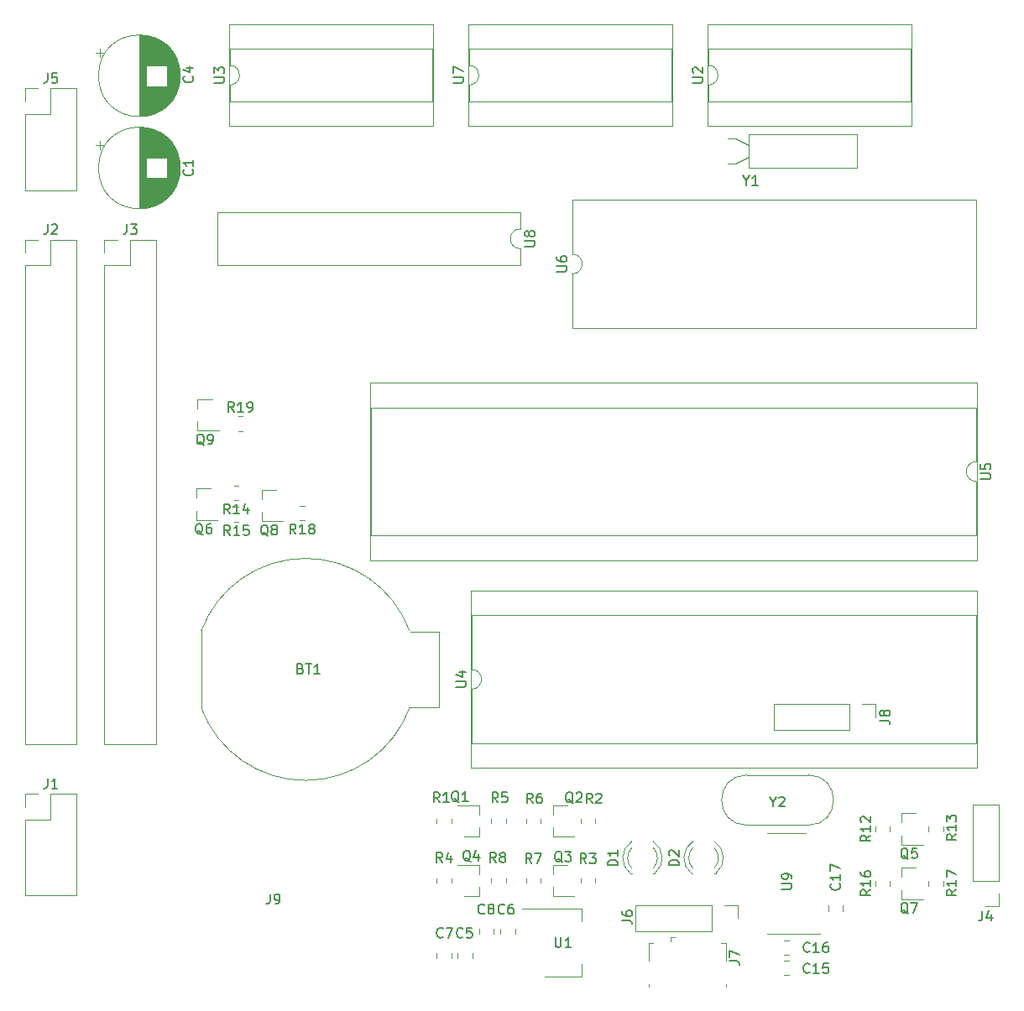
<source format=gbr>
%TF.GenerationSoftware,KiCad,Pcbnew,(5.1.9)-1*%
%TF.CreationDate,2021-05-25T17:26:24-04:00*%
%TF.ProjectId,main,6d61696e-2e6b-4696-9361-645f70636258,rev?*%
%TF.SameCoordinates,Original*%
%TF.FileFunction,Legend,Top*%
%TF.FilePolarity,Positive*%
%FSLAX46Y46*%
G04 Gerber Fmt 4.6, Leading zero omitted, Abs format (unit mm)*
G04 Created by KiCad (PCBNEW (5.1.9)-1) date 2021-05-25 17:26:24*
%MOMM*%
%LPD*%
G01*
G04 APERTURE LIST*
%ADD10C,0.120000*%
%ADD11C,0.150000*%
G04 APERTURE END LIST*
D10*
%TO.C,Q9*%
X38610000Y-60650000D02*
X40070000Y-60650000D01*
X38610000Y-63810000D02*
X40770000Y-63810000D01*
X38610000Y-63810000D02*
X38610000Y-62880000D01*
X38610000Y-60650000D02*
X38610000Y-61580000D01*
%TO.C,Q8*%
X45071000Y-69794000D02*
X46531000Y-69794000D01*
X45071000Y-72954000D02*
X47231000Y-72954000D01*
X45071000Y-72954000D02*
X45071000Y-72024000D01*
X45071000Y-69794000D02*
X45071000Y-70724000D01*
%TO.C,Q6*%
X38483000Y-69667000D02*
X39943000Y-69667000D01*
X38483000Y-72827000D02*
X40643000Y-72827000D01*
X38483000Y-72827000D02*
X38483000Y-71897000D01*
X38483000Y-69667000D02*
X38483000Y-70597000D01*
%TO.C,U7*%
X65920000Y-22800000D02*
X65920000Y-33080000D01*
X86480000Y-22800000D02*
X65920000Y-22800000D01*
X86480000Y-33080000D02*
X86480000Y-22800000D01*
X65920000Y-33080000D02*
X86480000Y-33080000D01*
X65980000Y-25290000D02*
X65980000Y-26940000D01*
X86420000Y-25290000D02*
X65980000Y-25290000D01*
X86420000Y-30590000D02*
X86420000Y-25290000D01*
X65980000Y-30590000D02*
X86420000Y-30590000D01*
X65980000Y-28940000D02*
X65980000Y-30590000D01*
X65980000Y-26940000D02*
G75*
G02*
X65980000Y-28940000I0J-1000000D01*
G01*
%TO.C,U3*%
X41790000Y-22800000D02*
X41790000Y-33080000D01*
X62350000Y-22800000D02*
X41790000Y-22800000D01*
X62350000Y-33080000D02*
X62350000Y-22800000D01*
X41790000Y-33080000D02*
X62350000Y-33080000D01*
X41850000Y-25290000D02*
X41850000Y-26940000D01*
X62290000Y-25290000D02*
X41850000Y-25290000D01*
X62290000Y-30590000D02*
X62290000Y-25290000D01*
X41850000Y-30590000D02*
X62290000Y-30590000D01*
X41850000Y-28940000D02*
X41850000Y-30590000D01*
X41850000Y-26940000D02*
G75*
G02*
X41850000Y-28940000I0J-1000000D01*
G01*
%TO.C,U1*%
X71380000Y-112078000D02*
X77390000Y-112078000D01*
X73630000Y-118898000D02*
X77390000Y-118898000D01*
X77390000Y-112078000D02*
X77390000Y-113338000D01*
X77390000Y-118898000D02*
X77390000Y-117638000D01*
%TO.C,R17*%
X113835000Y-109727064D02*
X113835000Y-109272936D01*
X112365000Y-109727064D02*
X112365000Y-109272936D01*
%TO.C,R16*%
X108435000Y-109727064D02*
X108435000Y-109272936D01*
X106965000Y-109727064D02*
X106965000Y-109272936D01*
%TO.C,R13*%
X113835000Y-104227064D02*
X113835000Y-103772936D01*
X112365000Y-104227064D02*
X112365000Y-103772936D01*
%TO.C,R12*%
X108435000Y-104227064D02*
X108435000Y-103772936D01*
X106965000Y-104227064D02*
X106965000Y-103772936D01*
%TO.C,R8*%
X69727000Y-109457064D02*
X69727000Y-109002936D01*
X68257000Y-109457064D02*
X68257000Y-109002936D01*
%TO.C,R7*%
X71757000Y-109002936D02*
X71757000Y-109457064D01*
X73227000Y-109002936D02*
X73227000Y-109457064D01*
%TO.C,R6*%
X73227000Y-103445064D02*
X73227000Y-102990936D01*
X71757000Y-103445064D02*
X71757000Y-102990936D01*
%TO.C,R5*%
X68257000Y-102990936D02*
X68257000Y-103445064D01*
X69727000Y-102990936D02*
X69727000Y-103445064D01*
%TO.C,R4*%
X64227000Y-109002936D02*
X64227000Y-109457064D01*
X62757000Y-109002936D02*
X62757000Y-109457064D01*
%TO.C,R3*%
X78727000Y-109457064D02*
X78727000Y-109002936D01*
X77257000Y-109457064D02*
X77257000Y-109002936D01*
%TO.C,R2*%
X78727000Y-103445064D02*
X78727000Y-102990936D01*
X77257000Y-103445064D02*
X77257000Y-102990936D01*
%TO.C,R1*%
X62757000Y-102990936D02*
X62757000Y-103445064D01*
X64227000Y-102990936D02*
X64227000Y-103445064D01*
%TO.C,Q7*%
X109640000Y-107920000D02*
X111100000Y-107920000D01*
X109640000Y-111080000D02*
X111800000Y-111080000D01*
X109640000Y-111080000D02*
X109640000Y-110150000D01*
X109640000Y-107920000D02*
X109640000Y-108850000D01*
%TO.C,Q5*%
X109640000Y-102420000D02*
X111100000Y-102420000D01*
X109640000Y-105580000D02*
X111800000Y-105580000D01*
X109640000Y-105580000D02*
X109640000Y-104650000D01*
X109640000Y-102420000D02*
X109640000Y-103350000D01*
%TO.C,Q4*%
X67002000Y-110810000D02*
X65542000Y-110810000D01*
X67002000Y-107650000D02*
X64842000Y-107650000D01*
X67002000Y-107650000D02*
X67002000Y-108580000D01*
X67002000Y-110810000D02*
X67002000Y-109880000D01*
%TO.C,Q3*%
X74482000Y-107650000D02*
X75942000Y-107650000D01*
X74482000Y-110810000D02*
X76642000Y-110810000D01*
X74482000Y-110810000D02*
X74482000Y-109880000D01*
X74482000Y-107650000D02*
X74482000Y-108580000D01*
%TO.C,Q2*%
X74482000Y-101638000D02*
X75942000Y-101638000D01*
X74482000Y-104798000D02*
X76642000Y-104798000D01*
X74482000Y-104798000D02*
X74482000Y-103868000D01*
X74482000Y-101638000D02*
X74482000Y-102568000D01*
%TO.C,Q1*%
X67002000Y-104798000D02*
X65542000Y-104798000D01*
X67002000Y-101638000D02*
X64842000Y-101638000D01*
X67002000Y-101638000D02*
X67002000Y-102568000D01*
X67002000Y-104798000D02*
X67002000Y-103868000D01*
%TO.C,J4*%
X119440000Y-111820000D02*
X118110000Y-111820000D01*
X119440000Y-110490000D02*
X119440000Y-111820000D01*
X119440000Y-109220000D02*
X116780000Y-109220000D01*
X116780000Y-109220000D02*
X116780000Y-101540000D01*
X119440000Y-109220000D02*
X119440000Y-101540000D01*
X119440000Y-101540000D02*
X116780000Y-101540000D01*
%TO.C,C8*%
X66995000Y-114041748D02*
X66995000Y-114564252D01*
X68465000Y-114041748D02*
X68465000Y-114564252D01*
%TO.C,C7*%
X64215000Y-117084252D02*
X64215000Y-116561748D01*
X62745000Y-117084252D02*
X62745000Y-116561748D01*
%TO.C,C6*%
X69175000Y-114041748D02*
X69175000Y-114564252D01*
X70645000Y-114041748D02*
X70645000Y-114564252D01*
%TO.C,C5*%
X66340000Y-117084252D02*
X66340000Y-116561748D01*
X64870000Y-117084252D02*
X64870000Y-116561748D01*
%TO.C,Y2*%
X100253000Y-98567000D02*
X94003000Y-98567000D01*
X100253000Y-103617000D02*
X94003000Y-103617000D01*
X94003000Y-98567000D02*
G75*
G03*
X94003000Y-103617000I0J-2525000D01*
G01*
X100253000Y-98567000D02*
G75*
G02*
X100253000Y-103617000I0J-2525000D01*
G01*
%TO.C,U9*%
X98000000Y-114560000D02*
X101450000Y-114560000D01*
X98000000Y-114560000D02*
X96050000Y-114560000D01*
X98000000Y-104440000D02*
X99950000Y-104440000D01*
X98000000Y-104440000D02*
X96050000Y-104440000D01*
%TO.C,J8*%
X106994000Y-91380000D02*
X106994000Y-92710000D01*
X105664000Y-91380000D02*
X106994000Y-91380000D01*
X104394000Y-91380000D02*
X104394000Y-94040000D01*
X104394000Y-94040000D02*
X96714000Y-94040000D01*
X104394000Y-91380000D02*
X96714000Y-91380000D01*
X96714000Y-91380000D02*
X96714000Y-94040000D01*
%TO.C,J6*%
X93080000Y-111670000D02*
X93080000Y-113000000D01*
X91750000Y-111670000D02*
X93080000Y-111670000D01*
X90480000Y-111670000D02*
X90480000Y-114330000D01*
X90480000Y-114330000D02*
X82800000Y-114330000D01*
X90480000Y-111670000D02*
X82800000Y-111670000D01*
X82800000Y-111670000D02*
X82800000Y-114330000D01*
%TO.C,D2*%
X90742000Y-108494000D02*
X90898000Y-108494000D01*
X88426000Y-108494000D02*
X88582000Y-108494000D01*
X90741837Y-105892870D02*
G75*
G02*
X90742000Y-107974961I-1079837J-1041130D01*
G01*
X88582163Y-105892870D02*
G75*
G03*
X88582000Y-107974961I1079837J-1041130D01*
G01*
X90740608Y-105261665D02*
G75*
G02*
X90897516Y-108494000I-1078608J-1672335D01*
G01*
X88583392Y-105261665D02*
G75*
G03*
X88426484Y-108494000I1078608J-1672335D01*
G01*
%TO.C,C17*%
X102265000Y-111738748D02*
X102265000Y-112261252D01*
X103735000Y-111738748D02*
X103735000Y-112261252D01*
%TO.C,C16*%
X97738748Y-116735000D02*
X98261252Y-116735000D01*
X97738748Y-115265000D02*
X98261252Y-115265000D01*
%TO.C,C15*%
X97738748Y-118735000D02*
X98261252Y-118735000D01*
X97738748Y-117265000D02*
X98261252Y-117265000D01*
%TO.C,U4*%
X66190000Y-79950000D02*
X66190000Y-97850000D01*
X117230000Y-79950000D02*
X66190000Y-79950000D01*
X117230000Y-97850000D02*
X117230000Y-79950000D01*
X66190000Y-97850000D02*
X117230000Y-97850000D01*
X66250000Y-82440000D02*
X66250000Y-87900000D01*
X117170000Y-82440000D02*
X66250000Y-82440000D01*
X117170000Y-95360000D02*
X117170000Y-82440000D01*
X66250000Y-95360000D02*
X117170000Y-95360000D01*
X66250000Y-89900000D02*
X66250000Y-95360000D01*
X66250000Y-87900000D02*
G75*
G02*
X66250000Y-89900000I0J-1000000D01*
G01*
%TO.C,U5*%
X117230000Y-76895000D02*
X117230000Y-58995000D01*
X56030000Y-76895000D02*
X117230000Y-76895000D01*
X56030000Y-58995000D02*
X56030000Y-76895000D01*
X117230000Y-58995000D02*
X56030000Y-58995000D01*
X117170000Y-74405000D02*
X117170000Y-68945000D01*
X56090000Y-74405000D02*
X117170000Y-74405000D01*
X56090000Y-61485000D02*
X56090000Y-74405000D01*
X117170000Y-61485000D02*
X56090000Y-61485000D01*
X117170000Y-66945000D02*
X117170000Y-61485000D01*
X117170000Y-68945000D02*
G75*
G02*
X117170000Y-66945000I0J1000000D01*
G01*
%TO.C,U8*%
X71180000Y-47100000D02*
X71180000Y-45450000D01*
X40580000Y-47100000D02*
X71180000Y-47100000D01*
X40580000Y-41800000D02*
X40580000Y-47100000D01*
X71180000Y-41800000D02*
X40580000Y-41800000D01*
X71180000Y-43450000D02*
X71180000Y-41800000D01*
X71180000Y-45450000D02*
G75*
G02*
X71180000Y-43450000I0J1000000D01*
G01*
%TO.C,R18*%
X49399564Y-71401000D02*
X48945436Y-71401000D01*
X49399564Y-72871000D02*
X48945436Y-72871000D01*
%TO.C,R15*%
X42772064Y-71528000D02*
X42317936Y-71528000D01*
X42772064Y-72998000D02*
X42317936Y-72998000D01*
%TO.C,R14*%
X42748564Y-69369000D02*
X42294436Y-69369000D01*
X42748564Y-70839000D02*
X42294436Y-70839000D01*
%TO.C,R19*%
X42698936Y-63854000D02*
X43153064Y-63854000D01*
X42698936Y-62384000D02*
X43153064Y-62384000D01*
%TO.C,J7*%
X86300000Y-114937500D02*
X86300000Y-115387500D01*
X86300000Y-114937500D02*
X86750000Y-114937500D01*
X91900000Y-115487500D02*
X91450000Y-115487500D01*
X91900000Y-117337500D02*
X91900000Y-115487500D01*
X84100000Y-119887500D02*
X84100000Y-119637500D01*
X91900000Y-119887500D02*
X91900000Y-119637500D01*
X84100000Y-117337500D02*
X84100000Y-115487500D01*
X84100000Y-115487500D02*
X84550000Y-115487500D01*
%TO.C,D1*%
X84580000Y-108494000D02*
X84736000Y-108494000D01*
X82264000Y-108494000D02*
X82420000Y-108494000D01*
X84579837Y-105892870D02*
G75*
G02*
X84580000Y-107974961I-1079837J-1041130D01*
G01*
X82420163Y-105892870D02*
G75*
G03*
X82420000Y-107974961I1079837J-1041130D01*
G01*
X84578608Y-105261665D02*
G75*
G02*
X84735516Y-108494000I-1078608J-1672335D01*
G01*
X82421392Y-105261665D02*
G75*
G03*
X82264484Y-108494000I1078608J-1672335D01*
G01*
%TO.C,U2*%
X90050000Y-22800000D02*
X90050000Y-33080000D01*
X110610000Y-22800000D02*
X90050000Y-22800000D01*
X110610000Y-33080000D02*
X110610000Y-22800000D01*
X90050000Y-33080000D02*
X110610000Y-33080000D01*
X90110000Y-25290000D02*
X90110000Y-26940000D01*
X110550000Y-25290000D02*
X90110000Y-25290000D01*
X110550000Y-30590000D02*
X110550000Y-25290000D01*
X90110000Y-30590000D02*
X110550000Y-30590000D01*
X90110000Y-28940000D02*
X90110000Y-30590000D01*
X90110000Y-26940000D02*
G75*
G02*
X90110000Y-28940000I0J-1000000D01*
G01*
%TO.C,Y1*%
X92825000Y-34290000D02*
X92125000Y-34290000D01*
X94225000Y-34960000D02*
X92825000Y-34290000D01*
X92825000Y-36830000D02*
X92125000Y-36830000D01*
X94225000Y-36160000D02*
X92825000Y-36830000D01*
X94225000Y-33860000D02*
X94225000Y-37260000D01*
X105125000Y-33860000D02*
X94225000Y-33860000D01*
X105125000Y-37260000D02*
X105125000Y-33860000D01*
X94225000Y-37260000D02*
X105125000Y-37260000D01*
%TO.C,U6*%
X76410000Y-40530000D02*
X76410000Y-45990000D01*
X117170000Y-40530000D02*
X76410000Y-40530000D01*
X117170000Y-53450000D02*
X117170000Y-40530000D01*
X76410000Y-53450000D02*
X117170000Y-53450000D01*
X76410000Y-47990000D02*
X76410000Y-53450000D01*
X76410000Y-45990000D02*
G75*
G02*
X76410000Y-47990000I0J-1000000D01*
G01*
%TO.C,BT1*%
X63000000Y-91705000D02*
X60100000Y-91705000D01*
X63000000Y-84105000D02*
X63000000Y-91705000D01*
X60100000Y-84105000D02*
X63000000Y-84105000D01*
X39000000Y-91805000D02*
X39000000Y-84005000D01*
X39000001Y-84005000D02*
G75*
G02*
X59999999Y-84005001I10499999J-3900000D01*
G01*
X60032370Y-91716715D02*
G75*
G02*
X39000001Y-91804999I-10532370J3811715D01*
G01*
%TO.C,C1*%
X36870000Y-37300000D02*
G75*
G03*
X36870000Y-37300000I-4120000J0D01*
G01*
X32750000Y-33220000D02*
X32750000Y-41380000D01*
X32790000Y-33220000D02*
X32790000Y-41380000D01*
X32830000Y-33220000D02*
X32830000Y-41380000D01*
X32870000Y-33221000D02*
X32870000Y-41379000D01*
X32910000Y-33223000D02*
X32910000Y-41377000D01*
X32950000Y-33224000D02*
X32950000Y-41376000D01*
X32990000Y-33226000D02*
X32990000Y-41374000D01*
X33030000Y-33229000D02*
X33030000Y-41371000D01*
X33070000Y-33232000D02*
X33070000Y-41368000D01*
X33110000Y-33235000D02*
X33110000Y-41365000D01*
X33150000Y-33239000D02*
X33150000Y-41361000D01*
X33190000Y-33243000D02*
X33190000Y-41357000D01*
X33230000Y-33248000D02*
X33230000Y-41352000D01*
X33270000Y-33252000D02*
X33270000Y-41348000D01*
X33310000Y-33258000D02*
X33310000Y-41342000D01*
X33350000Y-33263000D02*
X33350000Y-41337000D01*
X33390000Y-33270000D02*
X33390000Y-41330000D01*
X33430000Y-33276000D02*
X33430000Y-41324000D01*
X33471000Y-33283000D02*
X33471000Y-36260000D01*
X33471000Y-38340000D02*
X33471000Y-41317000D01*
X33511000Y-33290000D02*
X33511000Y-36260000D01*
X33511000Y-38340000D02*
X33511000Y-41310000D01*
X33551000Y-33298000D02*
X33551000Y-36260000D01*
X33551000Y-38340000D02*
X33551000Y-41302000D01*
X33591000Y-33306000D02*
X33591000Y-36260000D01*
X33591000Y-38340000D02*
X33591000Y-41294000D01*
X33631000Y-33315000D02*
X33631000Y-36260000D01*
X33631000Y-38340000D02*
X33631000Y-41285000D01*
X33671000Y-33324000D02*
X33671000Y-36260000D01*
X33671000Y-38340000D02*
X33671000Y-41276000D01*
X33711000Y-33333000D02*
X33711000Y-36260000D01*
X33711000Y-38340000D02*
X33711000Y-41267000D01*
X33751000Y-33343000D02*
X33751000Y-36260000D01*
X33751000Y-38340000D02*
X33751000Y-41257000D01*
X33791000Y-33353000D02*
X33791000Y-36260000D01*
X33791000Y-38340000D02*
X33791000Y-41247000D01*
X33831000Y-33364000D02*
X33831000Y-36260000D01*
X33831000Y-38340000D02*
X33831000Y-41236000D01*
X33871000Y-33375000D02*
X33871000Y-36260000D01*
X33871000Y-38340000D02*
X33871000Y-41225000D01*
X33911000Y-33386000D02*
X33911000Y-36260000D01*
X33911000Y-38340000D02*
X33911000Y-41214000D01*
X33951000Y-33398000D02*
X33951000Y-36260000D01*
X33951000Y-38340000D02*
X33951000Y-41202000D01*
X33991000Y-33411000D02*
X33991000Y-36260000D01*
X33991000Y-38340000D02*
X33991000Y-41189000D01*
X34031000Y-33423000D02*
X34031000Y-36260000D01*
X34031000Y-38340000D02*
X34031000Y-41177000D01*
X34071000Y-33437000D02*
X34071000Y-36260000D01*
X34071000Y-38340000D02*
X34071000Y-41163000D01*
X34111000Y-33450000D02*
X34111000Y-36260000D01*
X34111000Y-38340000D02*
X34111000Y-41150000D01*
X34151000Y-33465000D02*
X34151000Y-36260000D01*
X34151000Y-38340000D02*
X34151000Y-41135000D01*
X34191000Y-33479000D02*
X34191000Y-36260000D01*
X34191000Y-38340000D02*
X34191000Y-41121000D01*
X34231000Y-33495000D02*
X34231000Y-36260000D01*
X34231000Y-38340000D02*
X34231000Y-41105000D01*
X34271000Y-33510000D02*
X34271000Y-36260000D01*
X34271000Y-38340000D02*
X34271000Y-41090000D01*
X34311000Y-33526000D02*
X34311000Y-36260000D01*
X34311000Y-38340000D02*
X34311000Y-41074000D01*
X34351000Y-33543000D02*
X34351000Y-36260000D01*
X34351000Y-38340000D02*
X34351000Y-41057000D01*
X34391000Y-33560000D02*
X34391000Y-36260000D01*
X34391000Y-38340000D02*
X34391000Y-41040000D01*
X34431000Y-33578000D02*
X34431000Y-36260000D01*
X34431000Y-38340000D02*
X34431000Y-41022000D01*
X34471000Y-33596000D02*
X34471000Y-36260000D01*
X34471000Y-38340000D02*
X34471000Y-41004000D01*
X34511000Y-33614000D02*
X34511000Y-36260000D01*
X34511000Y-38340000D02*
X34511000Y-40986000D01*
X34551000Y-33634000D02*
X34551000Y-36260000D01*
X34551000Y-38340000D02*
X34551000Y-40966000D01*
X34591000Y-33653000D02*
X34591000Y-36260000D01*
X34591000Y-38340000D02*
X34591000Y-40947000D01*
X34631000Y-33673000D02*
X34631000Y-36260000D01*
X34631000Y-38340000D02*
X34631000Y-40927000D01*
X34671000Y-33694000D02*
X34671000Y-36260000D01*
X34671000Y-38340000D02*
X34671000Y-40906000D01*
X34711000Y-33716000D02*
X34711000Y-36260000D01*
X34711000Y-38340000D02*
X34711000Y-40884000D01*
X34751000Y-33738000D02*
X34751000Y-36260000D01*
X34751000Y-38340000D02*
X34751000Y-40862000D01*
X34791000Y-33760000D02*
X34791000Y-36260000D01*
X34791000Y-38340000D02*
X34791000Y-40840000D01*
X34831000Y-33783000D02*
X34831000Y-36260000D01*
X34831000Y-38340000D02*
X34831000Y-40817000D01*
X34871000Y-33807000D02*
X34871000Y-36260000D01*
X34871000Y-38340000D02*
X34871000Y-40793000D01*
X34911000Y-33831000D02*
X34911000Y-36260000D01*
X34911000Y-38340000D02*
X34911000Y-40769000D01*
X34951000Y-33856000D02*
X34951000Y-36260000D01*
X34951000Y-38340000D02*
X34951000Y-40744000D01*
X34991000Y-33882000D02*
X34991000Y-36260000D01*
X34991000Y-38340000D02*
X34991000Y-40718000D01*
X35031000Y-33908000D02*
X35031000Y-36260000D01*
X35031000Y-38340000D02*
X35031000Y-40692000D01*
X35071000Y-33935000D02*
X35071000Y-36260000D01*
X35071000Y-38340000D02*
X35071000Y-40665000D01*
X35111000Y-33962000D02*
X35111000Y-36260000D01*
X35111000Y-38340000D02*
X35111000Y-40638000D01*
X35151000Y-33991000D02*
X35151000Y-36260000D01*
X35151000Y-38340000D02*
X35151000Y-40609000D01*
X35191000Y-34020000D02*
X35191000Y-36260000D01*
X35191000Y-38340000D02*
X35191000Y-40580000D01*
X35231000Y-34050000D02*
X35231000Y-36260000D01*
X35231000Y-38340000D02*
X35231000Y-40550000D01*
X35271000Y-34080000D02*
X35271000Y-36260000D01*
X35271000Y-38340000D02*
X35271000Y-40520000D01*
X35311000Y-34111000D02*
X35311000Y-36260000D01*
X35311000Y-38340000D02*
X35311000Y-40489000D01*
X35351000Y-34144000D02*
X35351000Y-36260000D01*
X35351000Y-38340000D02*
X35351000Y-40456000D01*
X35391000Y-34176000D02*
X35391000Y-36260000D01*
X35391000Y-38340000D02*
X35391000Y-40424000D01*
X35431000Y-34210000D02*
X35431000Y-36260000D01*
X35431000Y-38340000D02*
X35431000Y-40390000D01*
X35471000Y-34245000D02*
X35471000Y-36260000D01*
X35471000Y-38340000D02*
X35471000Y-40355000D01*
X35511000Y-34281000D02*
X35511000Y-36260000D01*
X35511000Y-38340000D02*
X35511000Y-40319000D01*
X35551000Y-34317000D02*
X35551000Y-40283000D01*
X35591000Y-34355000D02*
X35591000Y-40245000D01*
X35631000Y-34393000D02*
X35631000Y-40207000D01*
X35671000Y-34433000D02*
X35671000Y-40167000D01*
X35711000Y-34474000D02*
X35711000Y-40126000D01*
X35751000Y-34516000D02*
X35751000Y-40084000D01*
X35791000Y-34559000D02*
X35791000Y-40041000D01*
X35831000Y-34603000D02*
X35831000Y-39997000D01*
X35871000Y-34649000D02*
X35871000Y-39951000D01*
X35911000Y-34696000D02*
X35911000Y-39904000D01*
X35951000Y-34744000D02*
X35951000Y-39856000D01*
X35991000Y-34795000D02*
X35991000Y-39805000D01*
X36031000Y-34846000D02*
X36031000Y-39754000D01*
X36071000Y-34900000D02*
X36071000Y-39700000D01*
X36111000Y-34955000D02*
X36111000Y-39645000D01*
X36151000Y-35013000D02*
X36151000Y-39587000D01*
X36191000Y-35072000D02*
X36191000Y-39528000D01*
X36231000Y-35134000D02*
X36231000Y-39466000D01*
X36271000Y-35198000D02*
X36271000Y-39402000D01*
X36311000Y-35266000D02*
X36311000Y-39334000D01*
X36351000Y-35336000D02*
X36351000Y-39264000D01*
X36391000Y-35410000D02*
X36391000Y-39190000D01*
X36431000Y-35487000D02*
X36431000Y-39113000D01*
X36471000Y-35569000D02*
X36471000Y-39031000D01*
X36511000Y-35655000D02*
X36511000Y-38945000D01*
X36551000Y-35748000D02*
X36551000Y-38852000D01*
X36591000Y-35847000D02*
X36591000Y-38753000D01*
X36631000Y-35954000D02*
X36631000Y-38646000D01*
X36671000Y-36071000D02*
X36671000Y-38529000D01*
X36711000Y-36202000D02*
X36711000Y-38398000D01*
X36751000Y-36352000D02*
X36751000Y-38248000D01*
X36791000Y-36532000D02*
X36791000Y-38068000D01*
X36831000Y-36767000D02*
X36831000Y-37833000D01*
X28340302Y-34985000D02*
X29140302Y-34985000D01*
X28740302Y-34585000D02*
X28740302Y-35385000D01*
%TO.C,C4*%
X36870000Y-28000000D02*
G75*
G03*
X36870000Y-28000000I-4120000J0D01*
G01*
X32750000Y-23920000D02*
X32750000Y-32080000D01*
X32790000Y-23920000D02*
X32790000Y-32080000D01*
X32830000Y-23920000D02*
X32830000Y-32080000D01*
X32870000Y-23921000D02*
X32870000Y-32079000D01*
X32910000Y-23923000D02*
X32910000Y-32077000D01*
X32950000Y-23924000D02*
X32950000Y-32076000D01*
X32990000Y-23926000D02*
X32990000Y-32074000D01*
X33030000Y-23929000D02*
X33030000Y-32071000D01*
X33070000Y-23932000D02*
X33070000Y-32068000D01*
X33110000Y-23935000D02*
X33110000Y-32065000D01*
X33150000Y-23939000D02*
X33150000Y-32061000D01*
X33190000Y-23943000D02*
X33190000Y-32057000D01*
X33230000Y-23948000D02*
X33230000Y-32052000D01*
X33270000Y-23952000D02*
X33270000Y-32048000D01*
X33310000Y-23958000D02*
X33310000Y-32042000D01*
X33350000Y-23963000D02*
X33350000Y-32037000D01*
X33390000Y-23970000D02*
X33390000Y-32030000D01*
X33430000Y-23976000D02*
X33430000Y-32024000D01*
X33471000Y-23983000D02*
X33471000Y-26960000D01*
X33471000Y-29040000D02*
X33471000Y-32017000D01*
X33511000Y-23990000D02*
X33511000Y-26960000D01*
X33511000Y-29040000D02*
X33511000Y-32010000D01*
X33551000Y-23998000D02*
X33551000Y-26960000D01*
X33551000Y-29040000D02*
X33551000Y-32002000D01*
X33591000Y-24006000D02*
X33591000Y-26960000D01*
X33591000Y-29040000D02*
X33591000Y-31994000D01*
X33631000Y-24015000D02*
X33631000Y-26960000D01*
X33631000Y-29040000D02*
X33631000Y-31985000D01*
X33671000Y-24024000D02*
X33671000Y-26960000D01*
X33671000Y-29040000D02*
X33671000Y-31976000D01*
X33711000Y-24033000D02*
X33711000Y-26960000D01*
X33711000Y-29040000D02*
X33711000Y-31967000D01*
X33751000Y-24043000D02*
X33751000Y-26960000D01*
X33751000Y-29040000D02*
X33751000Y-31957000D01*
X33791000Y-24053000D02*
X33791000Y-26960000D01*
X33791000Y-29040000D02*
X33791000Y-31947000D01*
X33831000Y-24064000D02*
X33831000Y-26960000D01*
X33831000Y-29040000D02*
X33831000Y-31936000D01*
X33871000Y-24075000D02*
X33871000Y-26960000D01*
X33871000Y-29040000D02*
X33871000Y-31925000D01*
X33911000Y-24086000D02*
X33911000Y-26960000D01*
X33911000Y-29040000D02*
X33911000Y-31914000D01*
X33951000Y-24098000D02*
X33951000Y-26960000D01*
X33951000Y-29040000D02*
X33951000Y-31902000D01*
X33991000Y-24111000D02*
X33991000Y-26960000D01*
X33991000Y-29040000D02*
X33991000Y-31889000D01*
X34031000Y-24123000D02*
X34031000Y-26960000D01*
X34031000Y-29040000D02*
X34031000Y-31877000D01*
X34071000Y-24137000D02*
X34071000Y-26960000D01*
X34071000Y-29040000D02*
X34071000Y-31863000D01*
X34111000Y-24150000D02*
X34111000Y-26960000D01*
X34111000Y-29040000D02*
X34111000Y-31850000D01*
X34151000Y-24165000D02*
X34151000Y-26960000D01*
X34151000Y-29040000D02*
X34151000Y-31835000D01*
X34191000Y-24179000D02*
X34191000Y-26960000D01*
X34191000Y-29040000D02*
X34191000Y-31821000D01*
X34231000Y-24195000D02*
X34231000Y-26960000D01*
X34231000Y-29040000D02*
X34231000Y-31805000D01*
X34271000Y-24210000D02*
X34271000Y-26960000D01*
X34271000Y-29040000D02*
X34271000Y-31790000D01*
X34311000Y-24226000D02*
X34311000Y-26960000D01*
X34311000Y-29040000D02*
X34311000Y-31774000D01*
X34351000Y-24243000D02*
X34351000Y-26960000D01*
X34351000Y-29040000D02*
X34351000Y-31757000D01*
X34391000Y-24260000D02*
X34391000Y-26960000D01*
X34391000Y-29040000D02*
X34391000Y-31740000D01*
X34431000Y-24278000D02*
X34431000Y-26960000D01*
X34431000Y-29040000D02*
X34431000Y-31722000D01*
X34471000Y-24296000D02*
X34471000Y-26960000D01*
X34471000Y-29040000D02*
X34471000Y-31704000D01*
X34511000Y-24314000D02*
X34511000Y-26960000D01*
X34511000Y-29040000D02*
X34511000Y-31686000D01*
X34551000Y-24334000D02*
X34551000Y-26960000D01*
X34551000Y-29040000D02*
X34551000Y-31666000D01*
X34591000Y-24353000D02*
X34591000Y-26960000D01*
X34591000Y-29040000D02*
X34591000Y-31647000D01*
X34631000Y-24373000D02*
X34631000Y-26960000D01*
X34631000Y-29040000D02*
X34631000Y-31627000D01*
X34671000Y-24394000D02*
X34671000Y-26960000D01*
X34671000Y-29040000D02*
X34671000Y-31606000D01*
X34711000Y-24416000D02*
X34711000Y-26960000D01*
X34711000Y-29040000D02*
X34711000Y-31584000D01*
X34751000Y-24438000D02*
X34751000Y-26960000D01*
X34751000Y-29040000D02*
X34751000Y-31562000D01*
X34791000Y-24460000D02*
X34791000Y-26960000D01*
X34791000Y-29040000D02*
X34791000Y-31540000D01*
X34831000Y-24483000D02*
X34831000Y-26960000D01*
X34831000Y-29040000D02*
X34831000Y-31517000D01*
X34871000Y-24507000D02*
X34871000Y-26960000D01*
X34871000Y-29040000D02*
X34871000Y-31493000D01*
X34911000Y-24531000D02*
X34911000Y-26960000D01*
X34911000Y-29040000D02*
X34911000Y-31469000D01*
X34951000Y-24556000D02*
X34951000Y-26960000D01*
X34951000Y-29040000D02*
X34951000Y-31444000D01*
X34991000Y-24582000D02*
X34991000Y-26960000D01*
X34991000Y-29040000D02*
X34991000Y-31418000D01*
X35031000Y-24608000D02*
X35031000Y-26960000D01*
X35031000Y-29040000D02*
X35031000Y-31392000D01*
X35071000Y-24635000D02*
X35071000Y-26960000D01*
X35071000Y-29040000D02*
X35071000Y-31365000D01*
X35111000Y-24662000D02*
X35111000Y-26960000D01*
X35111000Y-29040000D02*
X35111000Y-31338000D01*
X35151000Y-24691000D02*
X35151000Y-26960000D01*
X35151000Y-29040000D02*
X35151000Y-31309000D01*
X35191000Y-24720000D02*
X35191000Y-26960000D01*
X35191000Y-29040000D02*
X35191000Y-31280000D01*
X35231000Y-24750000D02*
X35231000Y-26960000D01*
X35231000Y-29040000D02*
X35231000Y-31250000D01*
X35271000Y-24780000D02*
X35271000Y-26960000D01*
X35271000Y-29040000D02*
X35271000Y-31220000D01*
X35311000Y-24811000D02*
X35311000Y-26960000D01*
X35311000Y-29040000D02*
X35311000Y-31189000D01*
X35351000Y-24844000D02*
X35351000Y-26960000D01*
X35351000Y-29040000D02*
X35351000Y-31156000D01*
X35391000Y-24876000D02*
X35391000Y-26960000D01*
X35391000Y-29040000D02*
X35391000Y-31124000D01*
X35431000Y-24910000D02*
X35431000Y-26960000D01*
X35431000Y-29040000D02*
X35431000Y-31090000D01*
X35471000Y-24945000D02*
X35471000Y-26960000D01*
X35471000Y-29040000D02*
X35471000Y-31055000D01*
X35511000Y-24981000D02*
X35511000Y-26960000D01*
X35511000Y-29040000D02*
X35511000Y-31019000D01*
X35551000Y-25017000D02*
X35551000Y-30983000D01*
X35591000Y-25055000D02*
X35591000Y-30945000D01*
X35631000Y-25093000D02*
X35631000Y-30907000D01*
X35671000Y-25133000D02*
X35671000Y-30867000D01*
X35711000Y-25174000D02*
X35711000Y-30826000D01*
X35751000Y-25216000D02*
X35751000Y-30784000D01*
X35791000Y-25259000D02*
X35791000Y-30741000D01*
X35831000Y-25303000D02*
X35831000Y-30697000D01*
X35871000Y-25349000D02*
X35871000Y-30651000D01*
X35911000Y-25396000D02*
X35911000Y-30604000D01*
X35951000Y-25444000D02*
X35951000Y-30556000D01*
X35991000Y-25495000D02*
X35991000Y-30505000D01*
X36031000Y-25546000D02*
X36031000Y-30454000D01*
X36071000Y-25600000D02*
X36071000Y-30400000D01*
X36111000Y-25655000D02*
X36111000Y-30345000D01*
X36151000Y-25713000D02*
X36151000Y-30287000D01*
X36191000Y-25772000D02*
X36191000Y-30228000D01*
X36231000Y-25834000D02*
X36231000Y-30166000D01*
X36271000Y-25898000D02*
X36271000Y-30102000D01*
X36311000Y-25966000D02*
X36311000Y-30034000D01*
X36351000Y-26036000D02*
X36351000Y-29964000D01*
X36391000Y-26110000D02*
X36391000Y-29890000D01*
X36431000Y-26187000D02*
X36431000Y-29813000D01*
X36471000Y-26269000D02*
X36471000Y-29731000D01*
X36511000Y-26355000D02*
X36511000Y-29645000D01*
X36551000Y-26448000D02*
X36551000Y-29552000D01*
X36591000Y-26547000D02*
X36591000Y-29453000D01*
X36631000Y-26654000D02*
X36631000Y-29346000D01*
X36671000Y-26771000D02*
X36671000Y-29229000D01*
X36711000Y-26902000D02*
X36711000Y-29098000D01*
X36751000Y-27052000D02*
X36751000Y-28948000D01*
X36791000Y-27232000D02*
X36791000Y-28768000D01*
X36831000Y-27467000D02*
X36831000Y-28533000D01*
X28340302Y-25685000D02*
X29140302Y-25685000D01*
X28740302Y-25285000D02*
X28740302Y-26085000D01*
%TO.C,J5*%
X21210000Y-29270000D02*
X22540000Y-29270000D01*
X21210000Y-30600000D02*
X21210000Y-29270000D01*
X23810000Y-29270000D02*
X26410000Y-29270000D01*
X23810000Y-31870000D02*
X23810000Y-29270000D01*
X21210000Y-31870000D02*
X23810000Y-31870000D01*
X26410000Y-29270000D02*
X26410000Y-39550000D01*
X21210000Y-31870000D02*
X21210000Y-39550000D01*
X21210000Y-39550000D02*
X26410000Y-39550000D01*
%TO.C,J1*%
X21210000Y-110730000D02*
X26410000Y-110730000D01*
X21210000Y-103050000D02*
X21210000Y-110730000D01*
X26410000Y-100450000D02*
X26410000Y-110730000D01*
X21210000Y-103050000D02*
X23810000Y-103050000D01*
X23810000Y-103050000D02*
X23810000Y-100450000D01*
X23810000Y-100450000D02*
X26410000Y-100450000D01*
X21210000Y-101780000D02*
X21210000Y-100450000D01*
X21210000Y-100450000D02*
X22540000Y-100450000D01*
%TO.C,J3*%
X29210000Y-95460000D02*
X34410000Y-95460000D01*
X29210000Y-47140000D02*
X29210000Y-95460000D01*
X34410000Y-44540000D02*
X34410000Y-95460000D01*
X29210000Y-47140000D02*
X31810000Y-47140000D01*
X31810000Y-47140000D02*
X31810000Y-44540000D01*
X31810000Y-44540000D02*
X34410000Y-44540000D01*
X29210000Y-45870000D02*
X29210000Y-44540000D01*
X29210000Y-44540000D02*
X30540000Y-44540000D01*
%TO.C,J2*%
X21210000Y-44540000D02*
X22540000Y-44540000D01*
X21210000Y-45870000D02*
X21210000Y-44540000D01*
X23810000Y-44540000D02*
X26410000Y-44540000D01*
X23810000Y-47140000D02*
X23810000Y-44540000D01*
X21210000Y-47140000D02*
X23810000Y-47140000D01*
X26410000Y-44540000D02*
X26410000Y-95460000D01*
X21210000Y-47140000D02*
X21210000Y-95460000D01*
X21210000Y-95460000D02*
X26410000Y-95460000D01*
%TO.C,Q9*%
D11*
X39274761Y-65277619D02*
X39179523Y-65230000D01*
X39084285Y-65134761D01*
X38941428Y-64991904D01*
X38846190Y-64944285D01*
X38750952Y-64944285D01*
X38798571Y-65182380D02*
X38703333Y-65134761D01*
X38608095Y-65039523D01*
X38560476Y-64849047D01*
X38560476Y-64515714D01*
X38608095Y-64325238D01*
X38703333Y-64230000D01*
X38798571Y-64182380D01*
X38989047Y-64182380D01*
X39084285Y-64230000D01*
X39179523Y-64325238D01*
X39227142Y-64515714D01*
X39227142Y-64849047D01*
X39179523Y-65039523D01*
X39084285Y-65134761D01*
X38989047Y-65182380D01*
X38798571Y-65182380D01*
X39703333Y-65182380D02*
X39893809Y-65182380D01*
X39989047Y-65134761D01*
X40036666Y-65087142D01*
X40131904Y-64944285D01*
X40179523Y-64753809D01*
X40179523Y-64372857D01*
X40131904Y-64277619D01*
X40084285Y-64230000D01*
X39989047Y-64182380D01*
X39798571Y-64182380D01*
X39703333Y-64230000D01*
X39655714Y-64277619D01*
X39608095Y-64372857D01*
X39608095Y-64610952D01*
X39655714Y-64706190D01*
X39703333Y-64753809D01*
X39798571Y-64801428D01*
X39989047Y-64801428D01*
X40084285Y-64753809D01*
X40131904Y-64706190D01*
X40179523Y-64610952D01*
%TO.C,Q8*%
X45735761Y-74421619D02*
X45640523Y-74374000D01*
X45545285Y-74278761D01*
X45402428Y-74135904D01*
X45307190Y-74088285D01*
X45211952Y-74088285D01*
X45259571Y-74326380D02*
X45164333Y-74278761D01*
X45069095Y-74183523D01*
X45021476Y-73993047D01*
X45021476Y-73659714D01*
X45069095Y-73469238D01*
X45164333Y-73374000D01*
X45259571Y-73326380D01*
X45450047Y-73326380D01*
X45545285Y-73374000D01*
X45640523Y-73469238D01*
X45688142Y-73659714D01*
X45688142Y-73993047D01*
X45640523Y-74183523D01*
X45545285Y-74278761D01*
X45450047Y-74326380D01*
X45259571Y-74326380D01*
X46259571Y-73754952D02*
X46164333Y-73707333D01*
X46116714Y-73659714D01*
X46069095Y-73564476D01*
X46069095Y-73516857D01*
X46116714Y-73421619D01*
X46164333Y-73374000D01*
X46259571Y-73326380D01*
X46450047Y-73326380D01*
X46545285Y-73374000D01*
X46592904Y-73421619D01*
X46640523Y-73516857D01*
X46640523Y-73564476D01*
X46592904Y-73659714D01*
X46545285Y-73707333D01*
X46450047Y-73754952D01*
X46259571Y-73754952D01*
X46164333Y-73802571D01*
X46116714Y-73850190D01*
X46069095Y-73945428D01*
X46069095Y-74135904D01*
X46116714Y-74231142D01*
X46164333Y-74278761D01*
X46259571Y-74326380D01*
X46450047Y-74326380D01*
X46545285Y-74278761D01*
X46592904Y-74231142D01*
X46640523Y-74135904D01*
X46640523Y-73945428D01*
X46592904Y-73850190D01*
X46545285Y-73802571D01*
X46450047Y-73754952D01*
%TO.C,Q6*%
X39147761Y-74294619D02*
X39052523Y-74247000D01*
X38957285Y-74151761D01*
X38814428Y-74008904D01*
X38719190Y-73961285D01*
X38623952Y-73961285D01*
X38671571Y-74199380D02*
X38576333Y-74151761D01*
X38481095Y-74056523D01*
X38433476Y-73866047D01*
X38433476Y-73532714D01*
X38481095Y-73342238D01*
X38576333Y-73247000D01*
X38671571Y-73199380D01*
X38862047Y-73199380D01*
X38957285Y-73247000D01*
X39052523Y-73342238D01*
X39100142Y-73532714D01*
X39100142Y-73866047D01*
X39052523Y-74056523D01*
X38957285Y-74151761D01*
X38862047Y-74199380D01*
X38671571Y-74199380D01*
X39957285Y-73199380D02*
X39766809Y-73199380D01*
X39671571Y-73247000D01*
X39623952Y-73294619D01*
X39528714Y-73437476D01*
X39481095Y-73627952D01*
X39481095Y-74008904D01*
X39528714Y-74104142D01*
X39576333Y-74151761D01*
X39671571Y-74199380D01*
X39862047Y-74199380D01*
X39957285Y-74151761D01*
X40004904Y-74104142D01*
X40052523Y-74008904D01*
X40052523Y-73770809D01*
X40004904Y-73675571D01*
X39957285Y-73627952D01*
X39862047Y-73580333D01*
X39671571Y-73580333D01*
X39576333Y-73627952D01*
X39528714Y-73675571D01*
X39481095Y-73770809D01*
%TO.C,U7*%
X64432380Y-28701904D02*
X65241904Y-28701904D01*
X65337142Y-28654285D01*
X65384761Y-28606666D01*
X65432380Y-28511428D01*
X65432380Y-28320952D01*
X65384761Y-28225714D01*
X65337142Y-28178095D01*
X65241904Y-28130476D01*
X64432380Y-28130476D01*
X64432380Y-27749523D02*
X64432380Y-27082857D01*
X65432380Y-27511428D01*
%TO.C,U3*%
X40302380Y-28701904D02*
X41111904Y-28701904D01*
X41207142Y-28654285D01*
X41254761Y-28606666D01*
X41302380Y-28511428D01*
X41302380Y-28320952D01*
X41254761Y-28225714D01*
X41207142Y-28178095D01*
X41111904Y-28130476D01*
X40302380Y-28130476D01*
X40302380Y-27749523D02*
X40302380Y-27130476D01*
X40683333Y-27463809D01*
X40683333Y-27320952D01*
X40730952Y-27225714D01*
X40778571Y-27178095D01*
X40873809Y-27130476D01*
X41111904Y-27130476D01*
X41207142Y-27178095D01*
X41254761Y-27225714D01*
X41302380Y-27320952D01*
X41302380Y-27606666D01*
X41254761Y-27701904D01*
X41207142Y-27749523D01*
%TO.C,J9*%
X45921666Y-110577380D02*
X45921666Y-111291666D01*
X45874047Y-111434523D01*
X45778809Y-111529761D01*
X45635952Y-111577380D01*
X45540714Y-111577380D01*
X46445476Y-111577380D02*
X46635952Y-111577380D01*
X46731190Y-111529761D01*
X46778809Y-111482142D01*
X46874047Y-111339285D01*
X46921666Y-111148809D01*
X46921666Y-110767857D01*
X46874047Y-110672619D01*
X46826428Y-110625000D01*
X46731190Y-110577380D01*
X46540714Y-110577380D01*
X46445476Y-110625000D01*
X46397857Y-110672619D01*
X46350238Y-110767857D01*
X46350238Y-111005952D01*
X46397857Y-111101190D01*
X46445476Y-111148809D01*
X46540714Y-111196428D01*
X46731190Y-111196428D01*
X46826428Y-111148809D01*
X46874047Y-111101190D01*
X46921666Y-111005952D01*
%TO.C,U1*%
X74718095Y-114940380D02*
X74718095Y-115749904D01*
X74765714Y-115845142D01*
X74813333Y-115892761D01*
X74908571Y-115940380D01*
X75099047Y-115940380D01*
X75194285Y-115892761D01*
X75241904Y-115845142D01*
X75289523Y-115749904D01*
X75289523Y-114940380D01*
X76289523Y-115940380D02*
X75718095Y-115940380D01*
X76003809Y-115940380D02*
X76003809Y-114940380D01*
X75908571Y-115083238D01*
X75813333Y-115178476D01*
X75718095Y-115226095D01*
%TO.C,R17*%
X115152380Y-110142857D02*
X114676190Y-110476190D01*
X115152380Y-110714285D02*
X114152380Y-110714285D01*
X114152380Y-110333333D01*
X114200000Y-110238095D01*
X114247619Y-110190476D01*
X114342857Y-110142857D01*
X114485714Y-110142857D01*
X114580952Y-110190476D01*
X114628571Y-110238095D01*
X114676190Y-110333333D01*
X114676190Y-110714285D01*
X115152380Y-109190476D02*
X115152380Y-109761904D01*
X115152380Y-109476190D02*
X114152380Y-109476190D01*
X114295238Y-109571428D01*
X114390476Y-109666666D01*
X114438095Y-109761904D01*
X114152380Y-108857142D02*
X114152380Y-108190476D01*
X115152380Y-108619047D01*
%TO.C,R16*%
X106502380Y-110142857D02*
X106026190Y-110476190D01*
X106502380Y-110714285D02*
X105502380Y-110714285D01*
X105502380Y-110333333D01*
X105550000Y-110238095D01*
X105597619Y-110190476D01*
X105692857Y-110142857D01*
X105835714Y-110142857D01*
X105930952Y-110190476D01*
X105978571Y-110238095D01*
X106026190Y-110333333D01*
X106026190Y-110714285D01*
X106502380Y-109190476D02*
X106502380Y-109761904D01*
X106502380Y-109476190D02*
X105502380Y-109476190D01*
X105645238Y-109571428D01*
X105740476Y-109666666D01*
X105788095Y-109761904D01*
X105502380Y-108333333D02*
X105502380Y-108523809D01*
X105550000Y-108619047D01*
X105597619Y-108666666D01*
X105740476Y-108761904D01*
X105930952Y-108809523D01*
X106311904Y-108809523D01*
X106407142Y-108761904D01*
X106454761Y-108714285D01*
X106502380Y-108619047D01*
X106502380Y-108428571D01*
X106454761Y-108333333D01*
X106407142Y-108285714D01*
X106311904Y-108238095D01*
X106073809Y-108238095D01*
X105978571Y-108285714D01*
X105930952Y-108333333D01*
X105883333Y-108428571D01*
X105883333Y-108619047D01*
X105930952Y-108714285D01*
X105978571Y-108761904D01*
X106073809Y-108809523D01*
%TO.C,R13*%
X115152380Y-104542857D02*
X114676190Y-104876190D01*
X115152380Y-105114285D02*
X114152380Y-105114285D01*
X114152380Y-104733333D01*
X114200000Y-104638095D01*
X114247619Y-104590476D01*
X114342857Y-104542857D01*
X114485714Y-104542857D01*
X114580952Y-104590476D01*
X114628571Y-104638095D01*
X114676190Y-104733333D01*
X114676190Y-105114285D01*
X115152380Y-103590476D02*
X115152380Y-104161904D01*
X115152380Y-103876190D02*
X114152380Y-103876190D01*
X114295238Y-103971428D01*
X114390476Y-104066666D01*
X114438095Y-104161904D01*
X114152380Y-103257142D02*
X114152380Y-102638095D01*
X114533333Y-102971428D01*
X114533333Y-102828571D01*
X114580952Y-102733333D01*
X114628571Y-102685714D01*
X114723809Y-102638095D01*
X114961904Y-102638095D01*
X115057142Y-102685714D01*
X115104761Y-102733333D01*
X115152380Y-102828571D01*
X115152380Y-103114285D01*
X115104761Y-103209523D01*
X115057142Y-103257142D01*
%TO.C,R12*%
X106502380Y-104642857D02*
X106026190Y-104976190D01*
X106502380Y-105214285D02*
X105502380Y-105214285D01*
X105502380Y-104833333D01*
X105550000Y-104738095D01*
X105597619Y-104690476D01*
X105692857Y-104642857D01*
X105835714Y-104642857D01*
X105930952Y-104690476D01*
X105978571Y-104738095D01*
X106026190Y-104833333D01*
X106026190Y-105214285D01*
X106502380Y-103690476D02*
X106502380Y-104261904D01*
X106502380Y-103976190D02*
X105502380Y-103976190D01*
X105645238Y-104071428D01*
X105740476Y-104166666D01*
X105788095Y-104261904D01*
X105597619Y-103309523D02*
X105550000Y-103261904D01*
X105502380Y-103166666D01*
X105502380Y-102928571D01*
X105550000Y-102833333D01*
X105597619Y-102785714D01*
X105692857Y-102738095D01*
X105788095Y-102738095D01*
X105930952Y-102785714D01*
X106502380Y-103357142D01*
X106502380Y-102738095D01*
%TO.C,R8*%
X68725333Y-107382380D02*
X68392000Y-106906190D01*
X68153904Y-107382380D02*
X68153904Y-106382380D01*
X68534857Y-106382380D01*
X68630095Y-106430000D01*
X68677714Y-106477619D01*
X68725333Y-106572857D01*
X68725333Y-106715714D01*
X68677714Y-106810952D01*
X68630095Y-106858571D01*
X68534857Y-106906190D01*
X68153904Y-106906190D01*
X69296761Y-106810952D02*
X69201523Y-106763333D01*
X69153904Y-106715714D01*
X69106285Y-106620476D01*
X69106285Y-106572857D01*
X69153904Y-106477619D01*
X69201523Y-106430000D01*
X69296761Y-106382380D01*
X69487238Y-106382380D01*
X69582476Y-106430000D01*
X69630095Y-106477619D01*
X69677714Y-106572857D01*
X69677714Y-106620476D01*
X69630095Y-106715714D01*
X69582476Y-106763333D01*
X69487238Y-106810952D01*
X69296761Y-106810952D01*
X69201523Y-106858571D01*
X69153904Y-106906190D01*
X69106285Y-107001428D01*
X69106285Y-107191904D01*
X69153904Y-107287142D01*
X69201523Y-107334761D01*
X69296761Y-107382380D01*
X69487238Y-107382380D01*
X69582476Y-107334761D01*
X69630095Y-107287142D01*
X69677714Y-107191904D01*
X69677714Y-107001428D01*
X69630095Y-106906190D01*
X69582476Y-106858571D01*
X69487238Y-106810952D01*
%TO.C,R7*%
X72325333Y-107482380D02*
X71992000Y-107006190D01*
X71753904Y-107482380D02*
X71753904Y-106482380D01*
X72134857Y-106482380D01*
X72230095Y-106530000D01*
X72277714Y-106577619D01*
X72325333Y-106672857D01*
X72325333Y-106815714D01*
X72277714Y-106910952D01*
X72230095Y-106958571D01*
X72134857Y-107006190D01*
X71753904Y-107006190D01*
X72658666Y-106482380D02*
X73325333Y-106482380D01*
X72896761Y-107482380D01*
%TO.C,R6*%
X72425333Y-101420380D02*
X72092000Y-100944190D01*
X71853904Y-101420380D02*
X71853904Y-100420380D01*
X72234857Y-100420380D01*
X72330095Y-100468000D01*
X72377714Y-100515619D01*
X72425333Y-100610857D01*
X72425333Y-100753714D01*
X72377714Y-100848952D01*
X72330095Y-100896571D01*
X72234857Y-100944190D01*
X71853904Y-100944190D01*
X73282476Y-100420380D02*
X73092000Y-100420380D01*
X72996761Y-100468000D01*
X72949142Y-100515619D01*
X72853904Y-100658476D01*
X72806285Y-100848952D01*
X72806285Y-101229904D01*
X72853904Y-101325142D01*
X72901523Y-101372761D01*
X72996761Y-101420380D01*
X73187238Y-101420380D01*
X73282476Y-101372761D01*
X73330095Y-101325142D01*
X73377714Y-101229904D01*
X73377714Y-100991809D01*
X73330095Y-100896571D01*
X73282476Y-100848952D01*
X73187238Y-100801333D01*
X72996761Y-100801333D01*
X72901523Y-100848952D01*
X72853904Y-100896571D01*
X72806285Y-100991809D01*
%TO.C,R5*%
X68925333Y-101320380D02*
X68592000Y-100844190D01*
X68353904Y-101320380D02*
X68353904Y-100320380D01*
X68734857Y-100320380D01*
X68830095Y-100368000D01*
X68877714Y-100415619D01*
X68925333Y-100510857D01*
X68925333Y-100653714D01*
X68877714Y-100748952D01*
X68830095Y-100796571D01*
X68734857Y-100844190D01*
X68353904Y-100844190D01*
X69830095Y-100320380D02*
X69353904Y-100320380D01*
X69306285Y-100796571D01*
X69353904Y-100748952D01*
X69449142Y-100701333D01*
X69687238Y-100701333D01*
X69782476Y-100748952D01*
X69830095Y-100796571D01*
X69877714Y-100891809D01*
X69877714Y-101129904D01*
X69830095Y-101225142D01*
X69782476Y-101272761D01*
X69687238Y-101320380D01*
X69449142Y-101320380D01*
X69353904Y-101272761D01*
X69306285Y-101225142D01*
%TO.C,R4*%
X63325333Y-107382380D02*
X62992000Y-106906190D01*
X62753904Y-107382380D02*
X62753904Y-106382380D01*
X63134857Y-106382380D01*
X63230095Y-106430000D01*
X63277714Y-106477619D01*
X63325333Y-106572857D01*
X63325333Y-106715714D01*
X63277714Y-106810952D01*
X63230095Y-106858571D01*
X63134857Y-106906190D01*
X62753904Y-106906190D01*
X64182476Y-106715714D02*
X64182476Y-107382380D01*
X63944380Y-106334761D02*
X63706285Y-107049047D01*
X64325333Y-107049047D01*
%TO.C,R3*%
X77825333Y-107482380D02*
X77492000Y-107006190D01*
X77253904Y-107482380D02*
X77253904Y-106482380D01*
X77634857Y-106482380D01*
X77730095Y-106530000D01*
X77777714Y-106577619D01*
X77825333Y-106672857D01*
X77825333Y-106815714D01*
X77777714Y-106910952D01*
X77730095Y-106958571D01*
X77634857Y-107006190D01*
X77253904Y-107006190D01*
X78158666Y-106482380D02*
X78777714Y-106482380D01*
X78444380Y-106863333D01*
X78587238Y-106863333D01*
X78682476Y-106910952D01*
X78730095Y-106958571D01*
X78777714Y-107053809D01*
X78777714Y-107291904D01*
X78730095Y-107387142D01*
X78682476Y-107434761D01*
X78587238Y-107482380D01*
X78301523Y-107482380D01*
X78206285Y-107434761D01*
X78158666Y-107387142D01*
%TO.C,R2*%
X78425333Y-101420380D02*
X78092000Y-100944190D01*
X77853904Y-101420380D02*
X77853904Y-100420380D01*
X78234857Y-100420380D01*
X78330095Y-100468000D01*
X78377714Y-100515619D01*
X78425333Y-100610857D01*
X78425333Y-100753714D01*
X78377714Y-100848952D01*
X78330095Y-100896571D01*
X78234857Y-100944190D01*
X77853904Y-100944190D01*
X78806285Y-100515619D02*
X78853904Y-100468000D01*
X78949142Y-100420380D01*
X79187238Y-100420380D01*
X79282476Y-100468000D01*
X79330095Y-100515619D01*
X79377714Y-100610857D01*
X79377714Y-100706095D01*
X79330095Y-100848952D01*
X78758666Y-101420380D01*
X79377714Y-101420380D01*
%TO.C,R1*%
X63025333Y-101320380D02*
X62692000Y-100844190D01*
X62453904Y-101320380D02*
X62453904Y-100320380D01*
X62834857Y-100320380D01*
X62930095Y-100368000D01*
X62977714Y-100415619D01*
X63025333Y-100510857D01*
X63025333Y-100653714D01*
X62977714Y-100748952D01*
X62930095Y-100796571D01*
X62834857Y-100844190D01*
X62453904Y-100844190D01*
X63977714Y-101320380D02*
X63406285Y-101320380D01*
X63692000Y-101320380D02*
X63692000Y-100320380D01*
X63596761Y-100463238D01*
X63501523Y-100558476D01*
X63406285Y-100606095D01*
%TO.C,Q7*%
X110304761Y-112547619D02*
X110209523Y-112500000D01*
X110114285Y-112404761D01*
X109971428Y-112261904D01*
X109876190Y-112214285D01*
X109780952Y-112214285D01*
X109828571Y-112452380D02*
X109733333Y-112404761D01*
X109638095Y-112309523D01*
X109590476Y-112119047D01*
X109590476Y-111785714D01*
X109638095Y-111595238D01*
X109733333Y-111500000D01*
X109828571Y-111452380D01*
X110019047Y-111452380D01*
X110114285Y-111500000D01*
X110209523Y-111595238D01*
X110257142Y-111785714D01*
X110257142Y-112119047D01*
X110209523Y-112309523D01*
X110114285Y-112404761D01*
X110019047Y-112452380D01*
X109828571Y-112452380D01*
X110590476Y-111452380D02*
X111257142Y-111452380D01*
X110828571Y-112452380D01*
%TO.C,Q5*%
X110304761Y-107047619D02*
X110209523Y-107000000D01*
X110114285Y-106904761D01*
X109971428Y-106761904D01*
X109876190Y-106714285D01*
X109780952Y-106714285D01*
X109828571Y-106952380D02*
X109733333Y-106904761D01*
X109638095Y-106809523D01*
X109590476Y-106619047D01*
X109590476Y-106285714D01*
X109638095Y-106095238D01*
X109733333Y-106000000D01*
X109828571Y-105952380D01*
X110019047Y-105952380D01*
X110114285Y-106000000D01*
X110209523Y-106095238D01*
X110257142Y-106285714D01*
X110257142Y-106619047D01*
X110209523Y-106809523D01*
X110114285Y-106904761D01*
X110019047Y-106952380D01*
X109828571Y-106952380D01*
X111161904Y-105952380D02*
X110685714Y-105952380D01*
X110638095Y-106428571D01*
X110685714Y-106380952D01*
X110780952Y-106333333D01*
X111019047Y-106333333D01*
X111114285Y-106380952D01*
X111161904Y-106428571D01*
X111209523Y-106523809D01*
X111209523Y-106761904D01*
X111161904Y-106857142D01*
X111114285Y-106904761D01*
X111019047Y-106952380D01*
X110780952Y-106952380D01*
X110685714Y-106904761D01*
X110638095Y-106857142D01*
%TO.C,Q4*%
X66146761Y-107277619D02*
X66051523Y-107230000D01*
X65956285Y-107134761D01*
X65813428Y-106991904D01*
X65718190Y-106944285D01*
X65622952Y-106944285D01*
X65670571Y-107182380D02*
X65575333Y-107134761D01*
X65480095Y-107039523D01*
X65432476Y-106849047D01*
X65432476Y-106515714D01*
X65480095Y-106325238D01*
X65575333Y-106230000D01*
X65670571Y-106182380D01*
X65861047Y-106182380D01*
X65956285Y-106230000D01*
X66051523Y-106325238D01*
X66099142Y-106515714D01*
X66099142Y-106849047D01*
X66051523Y-107039523D01*
X65956285Y-107134761D01*
X65861047Y-107182380D01*
X65670571Y-107182380D01*
X66956285Y-106515714D02*
X66956285Y-107182380D01*
X66718190Y-106134761D02*
X66480095Y-106849047D01*
X67099142Y-106849047D01*
%TO.C,Q3*%
X75396761Y-107377619D02*
X75301523Y-107330000D01*
X75206285Y-107234761D01*
X75063428Y-107091904D01*
X74968190Y-107044285D01*
X74872952Y-107044285D01*
X74920571Y-107282380D02*
X74825333Y-107234761D01*
X74730095Y-107139523D01*
X74682476Y-106949047D01*
X74682476Y-106615714D01*
X74730095Y-106425238D01*
X74825333Y-106330000D01*
X74920571Y-106282380D01*
X75111047Y-106282380D01*
X75206285Y-106330000D01*
X75301523Y-106425238D01*
X75349142Y-106615714D01*
X75349142Y-106949047D01*
X75301523Y-107139523D01*
X75206285Y-107234761D01*
X75111047Y-107282380D01*
X74920571Y-107282380D01*
X75682476Y-106282380D02*
X76301523Y-106282380D01*
X75968190Y-106663333D01*
X76111047Y-106663333D01*
X76206285Y-106710952D01*
X76253904Y-106758571D01*
X76301523Y-106853809D01*
X76301523Y-107091904D01*
X76253904Y-107187142D01*
X76206285Y-107234761D01*
X76111047Y-107282380D01*
X75825333Y-107282380D01*
X75730095Y-107234761D01*
X75682476Y-107187142D01*
%TO.C,Q2*%
X76496761Y-101415619D02*
X76401523Y-101368000D01*
X76306285Y-101272761D01*
X76163428Y-101129904D01*
X76068190Y-101082285D01*
X75972952Y-101082285D01*
X76020571Y-101320380D02*
X75925333Y-101272761D01*
X75830095Y-101177523D01*
X75782476Y-100987047D01*
X75782476Y-100653714D01*
X75830095Y-100463238D01*
X75925333Y-100368000D01*
X76020571Y-100320380D01*
X76211047Y-100320380D01*
X76306285Y-100368000D01*
X76401523Y-100463238D01*
X76449142Y-100653714D01*
X76449142Y-100987047D01*
X76401523Y-101177523D01*
X76306285Y-101272761D01*
X76211047Y-101320380D01*
X76020571Y-101320380D01*
X76830095Y-100415619D02*
X76877714Y-100368000D01*
X76972952Y-100320380D01*
X77211047Y-100320380D01*
X77306285Y-100368000D01*
X77353904Y-100415619D01*
X77401523Y-100510857D01*
X77401523Y-100606095D01*
X77353904Y-100748952D01*
X76782476Y-101320380D01*
X77401523Y-101320380D01*
%TO.C,Q1*%
X64996761Y-101315619D02*
X64901523Y-101268000D01*
X64806285Y-101172761D01*
X64663428Y-101029904D01*
X64568190Y-100982285D01*
X64472952Y-100982285D01*
X64520571Y-101220380D02*
X64425333Y-101172761D01*
X64330095Y-101077523D01*
X64282476Y-100887047D01*
X64282476Y-100553714D01*
X64330095Y-100363238D01*
X64425333Y-100268000D01*
X64520571Y-100220380D01*
X64711047Y-100220380D01*
X64806285Y-100268000D01*
X64901523Y-100363238D01*
X64949142Y-100553714D01*
X64949142Y-100887047D01*
X64901523Y-101077523D01*
X64806285Y-101172761D01*
X64711047Y-101220380D01*
X64520571Y-101220380D01*
X65901523Y-101220380D02*
X65330095Y-101220380D01*
X65615809Y-101220380D02*
X65615809Y-100220380D01*
X65520571Y-100363238D01*
X65425333Y-100458476D01*
X65330095Y-100506095D01*
%TO.C,J4*%
X117776666Y-112272380D02*
X117776666Y-112986666D01*
X117729047Y-113129523D01*
X117633809Y-113224761D01*
X117490952Y-113272380D01*
X117395714Y-113272380D01*
X118681428Y-112605714D02*
X118681428Y-113272380D01*
X118443333Y-112224761D02*
X118205238Y-112939047D01*
X118824285Y-112939047D01*
%TO.C,C8*%
X67563333Y-112495142D02*
X67515714Y-112542761D01*
X67372857Y-112590380D01*
X67277619Y-112590380D01*
X67134761Y-112542761D01*
X67039523Y-112447523D01*
X66991904Y-112352285D01*
X66944285Y-112161809D01*
X66944285Y-112018952D01*
X66991904Y-111828476D01*
X67039523Y-111733238D01*
X67134761Y-111638000D01*
X67277619Y-111590380D01*
X67372857Y-111590380D01*
X67515714Y-111638000D01*
X67563333Y-111685619D01*
X68134761Y-112018952D02*
X68039523Y-111971333D01*
X67991904Y-111923714D01*
X67944285Y-111828476D01*
X67944285Y-111780857D01*
X67991904Y-111685619D01*
X68039523Y-111638000D01*
X68134761Y-111590380D01*
X68325238Y-111590380D01*
X68420476Y-111638000D01*
X68468095Y-111685619D01*
X68515714Y-111780857D01*
X68515714Y-111828476D01*
X68468095Y-111923714D01*
X68420476Y-111971333D01*
X68325238Y-112018952D01*
X68134761Y-112018952D01*
X68039523Y-112066571D01*
X67991904Y-112114190D01*
X67944285Y-112209428D01*
X67944285Y-112399904D01*
X67991904Y-112495142D01*
X68039523Y-112542761D01*
X68134761Y-112590380D01*
X68325238Y-112590380D01*
X68420476Y-112542761D01*
X68468095Y-112495142D01*
X68515714Y-112399904D01*
X68515714Y-112209428D01*
X68468095Y-112114190D01*
X68420476Y-112066571D01*
X68325238Y-112018952D01*
%TO.C,C7*%
X63363333Y-114895142D02*
X63315714Y-114942761D01*
X63172857Y-114990380D01*
X63077619Y-114990380D01*
X62934761Y-114942761D01*
X62839523Y-114847523D01*
X62791904Y-114752285D01*
X62744285Y-114561809D01*
X62744285Y-114418952D01*
X62791904Y-114228476D01*
X62839523Y-114133238D01*
X62934761Y-114038000D01*
X63077619Y-113990380D01*
X63172857Y-113990380D01*
X63315714Y-114038000D01*
X63363333Y-114085619D01*
X63696666Y-113990380D02*
X64363333Y-113990380D01*
X63934761Y-114990380D01*
%TO.C,C6*%
X69563333Y-112495142D02*
X69515714Y-112542761D01*
X69372857Y-112590380D01*
X69277619Y-112590380D01*
X69134761Y-112542761D01*
X69039523Y-112447523D01*
X68991904Y-112352285D01*
X68944285Y-112161809D01*
X68944285Y-112018952D01*
X68991904Y-111828476D01*
X69039523Y-111733238D01*
X69134761Y-111638000D01*
X69277619Y-111590380D01*
X69372857Y-111590380D01*
X69515714Y-111638000D01*
X69563333Y-111685619D01*
X70420476Y-111590380D02*
X70230000Y-111590380D01*
X70134761Y-111638000D01*
X70087142Y-111685619D01*
X69991904Y-111828476D01*
X69944285Y-112018952D01*
X69944285Y-112399904D01*
X69991904Y-112495142D01*
X70039523Y-112542761D01*
X70134761Y-112590380D01*
X70325238Y-112590380D01*
X70420476Y-112542761D01*
X70468095Y-112495142D01*
X70515714Y-112399904D01*
X70515714Y-112161809D01*
X70468095Y-112066571D01*
X70420476Y-112018952D01*
X70325238Y-111971333D01*
X70134761Y-111971333D01*
X70039523Y-112018952D01*
X69991904Y-112066571D01*
X69944285Y-112161809D01*
%TO.C,C5*%
X65363333Y-114895142D02*
X65315714Y-114942761D01*
X65172857Y-114990380D01*
X65077619Y-114990380D01*
X64934761Y-114942761D01*
X64839523Y-114847523D01*
X64791904Y-114752285D01*
X64744285Y-114561809D01*
X64744285Y-114418952D01*
X64791904Y-114228476D01*
X64839523Y-114133238D01*
X64934761Y-114038000D01*
X65077619Y-113990380D01*
X65172857Y-113990380D01*
X65315714Y-114038000D01*
X65363333Y-114085619D01*
X66268095Y-113990380D02*
X65791904Y-113990380D01*
X65744285Y-114466571D01*
X65791904Y-114418952D01*
X65887142Y-114371333D01*
X66125238Y-114371333D01*
X66220476Y-114418952D01*
X66268095Y-114466571D01*
X66315714Y-114561809D01*
X66315714Y-114799904D01*
X66268095Y-114895142D01*
X66220476Y-114942761D01*
X66125238Y-114990380D01*
X65887142Y-114990380D01*
X65791904Y-114942761D01*
X65744285Y-114895142D01*
%TO.C,Y2*%
X96651809Y-101276190D02*
X96651809Y-101752380D01*
X96318476Y-100752380D02*
X96651809Y-101276190D01*
X96985142Y-100752380D01*
X97270857Y-100847619D02*
X97318476Y-100800000D01*
X97413714Y-100752380D01*
X97651809Y-100752380D01*
X97747047Y-100800000D01*
X97794666Y-100847619D01*
X97842285Y-100942857D01*
X97842285Y-101038095D01*
X97794666Y-101180952D01*
X97223238Y-101752380D01*
X97842285Y-101752380D01*
%TO.C,U9*%
X97552380Y-110061904D02*
X98361904Y-110061904D01*
X98457142Y-110014285D01*
X98504761Y-109966666D01*
X98552380Y-109871428D01*
X98552380Y-109680952D01*
X98504761Y-109585714D01*
X98457142Y-109538095D01*
X98361904Y-109490476D01*
X97552380Y-109490476D01*
X98552380Y-108966666D02*
X98552380Y-108776190D01*
X98504761Y-108680952D01*
X98457142Y-108633333D01*
X98314285Y-108538095D01*
X98123809Y-108490476D01*
X97742857Y-108490476D01*
X97647619Y-108538095D01*
X97600000Y-108585714D01*
X97552380Y-108680952D01*
X97552380Y-108871428D01*
X97600000Y-108966666D01*
X97647619Y-109014285D01*
X97742857Y-109061904D01*
X97980952Y-109061904D01*
X98076190Y-109014285D01*
X98123809Y-108966666D01*
X98171428Y-108871428D01*
X98171428Y-108680952D01*
X98123809Y-108585714D01*
X98076190Y-108538095D01*
X97980952Y-108490476D01*
%TO.C,J8*%
X107446380Y-93043333D02*
X108160666Y-93043333D01*
X108303523Y-93090952D01*
X108398761Y-93186190D01*
X108446380Y-93329047D01*
X108446380Y-93424285D01*
X107874952Y-92424285D02*
X107827333Y-92519523D01*
X107779714Y-92567142D01*
X107684476Y-92614761D01*
X107636857Y-92614761D01*
X107541619Y-92567142D01*
X107494000Y-92519523D01*
X107446380Y-92424285D01*
X107446380Y-92233809D01*
X107494000Y-92138571D01*
X107541619Y-92090952D01*
X107636857Y-92043333D01*
X107684476Y-92043333D01*
X107779714Y-92090952D01*
X107827333Y-92138571D01*
X107874952Y-92233809D01*
X107874952Y-92424285D01*
X107922571Y-92519523D01*
X107970190Y-92567142D01*
X108065428Y-92614761D01*
X108255904Y-92614761D01*
X108351142Y-92567142D01*
X108398761Y-92519523D01*
X108446380Y-92424285D01*
X108446380Y-92233809D01*
X108398761Y-92138571D01*
X108351142Y-92090952D01*
X108255904Y-92043333D01*
X108065428Y-92043333D01*
X107970190Y-92090952D01*
X107922571Y-92138571D01*
X107874952Y-92233809D01*
%TO.C,J6*%
X81452380Y-113233333D02*
X82166666Y-113233333D01*
X82309523Y-113280952D01*
X82404761Y-113376190D01*
X82452380Y-113519047D01*
X82452380Y-113614285D01*
X81452380Y-112328571D02*
X81452380Y-112519047D01*
X81500000Y-112614285D01*
X81547619Y-112661904D01*
X81690476Y-112757142D01*
X81880952Y-112804761D01*
X82261904Y-112804761D01*
X82357142Y-112757142D01*
X82404761Y-112709523D01*
X82452380Y-112614285D01*
X82452380Y-112423809D01*
X82404761Y-112328571D01*
X82357142Y-112280952D01*
X82261904Y-112233333D01*
X82023809Y-112233333D01*
X81928571Y-112280952D01*
X81880952Y-112328571D01*
X81833333Y-112423809D01*
X81833333Y-112614285D01*
X81880952Y-112709523D01*
X81928571Y-112757142D01*
X82023809Y-112804761D01*
%TO.C,D2*%
X87154380Y-107672095D02*
X86154380Y-107672095D01*
X86154380Y-107434000D01*
X86202000Y-107291142D01*
X86297238Y-107195904D01*
X86392476Y-107148285D01*
X86582952Y-107100666D01*
X86725809Y-107100666D01*
X86916285Y-107148285D01*
X87011523Y-107195904D01*
X87106761Y-107291142D01*
X87154380Y-107434000D01*
X87154380Y-107672095D01*
X86249619Y-106719714D02*
X86202000Y-106672095D01*
X86154380Y-106576857D01*
X86154380Y-106338761D01*
X86202000Y-106243523D01*
X86249619Y-106195904D01*
X86344857Y-106148285D01*
X86440095Y-106148285D01*
X86582952Y-106195904D01*
X87154380Y-106767333D01*
X87154380Y-106148285D01*
%TO.C,C17*%
X103357142Y-109542857D02*
X103404761Y-109590476D01*
X103452380Y-109733333D01*
X103452380Y-109828571D01*
X103404761Y-109971428D01*
X103309523Y-110066666D01*
X103214285Y-110114285D01*
X103023809Y-110161904D01*
X102880952Y-110161904D01*
X102690476Y-110114285D01*
X102595238Y-110066666D01*
X102500000Y-109971428D01*
X102452380Y-109828571D01*
X102452380Y-109733333D01*
X102500000Y-109590476D01*
X102547619Y-109542857D01*
X103452380Y-108590476D02*
X103452380Y-109161904D01*
X103452380Y-108876190D02*
X102452380Y-108876190D01*
X102595238Y-108971428D01*
X102690476Y-109066666D01*
X102738095Y-109161904D01*
X102452380Y-108257142D02*
X102452380Y-107590476D01*
X103452380Y-108019047D01*
%TO.C,C16*%
X100357142Y-116357142D02*
X100309523Y-116404761D01*
X100166666Y-116452380D01*
X100071428Y-116452380D01*
X99928571Y-116404761D01*
X99833333Y-116309523D01*
X99785714Y-116214285D01*
X99738095Y-116023809D01*
X99738095Y-115880952D01*
X99785714Y-115690476D01*
X99833333Y-115595238D01*
X99928571Y-115500000D01*
X100071428Y-115452380D01*
X100166666Y-115452380D01*
X100309523Y-115500000D01*
X100357142Y-115547619D01*
X101309523Y-116452380D02*
X100738095Y-116452380D01*
X101023809Y-116452380D02*
X101023809Y-115452380D01*
X100928571Y-115595238D01*
X100833333Y-115690476D01*
X100738095Y-115738095D01*
X102166666Y-115452380D02*
X101976190Y-115452380D01*
X101880952Y-115500000D01*
X101833333Y-115547619D01*
X101738095Y-115690476D01*
X101690476Y-115880952D01*
X101690476Y-116261904D01*
X101738095Y-116357142D01*
X101785714Y-116404761D01*
X101880952Y-116452380D01*
X102071428Y-116452380D01*
X102166666Y-116404761D01*
X102214285Y-116357142D01*
X102261904Y-116261904D01*
X102261904Y-116023809D01*
X102214285Y-115928571D01*
X102166666Y-115880952D01*
X102071428Y-115833333D01*
X101880952Y-115833333D01*
X101785714Y-115880952D01*
X101738095Y-115928571D01*
X101690476Y-116023809D01*
%TO.C,C15*%
X100357142Y-118457142D02*
X100309523Y-118504761D01*
X100166666Y-118552380D01*
X100071428Y-118552380D01*
X99928571Y-118504761D01*
X99833333Y-118409523D01*
X99785714Y-118314285D01*
X99738095Y-118123809D01*
X99738095Y-117980952D01*
X99785714Y-117790476D01*
X99833333Y-117695238D01*
X99928571Y-117600000D01*
X100071428Y-117552380D01*
X100166666Y-117552380D01*
X100309523Y-117600000D01*
X100357142Y-117647619D01*
X101309523Y-118552380D02*
X100738095Y-118552380D01*
X101023809Y-118552380D02*
X101023809Y-117552380D01*
X100928571Y-117695238D01*
X100833333Y-117790476D01*
X100738095Y-117838095D01*
X102214285Y-117552380D02*
X101738095Y-117552380D01*
X101690476Y-118028571D01*
X101738095Y-117980952D01*
X101833333Y-117933333D01*
X102071428Y-117933333D01*
X102166666Y-117980952D01*
X102214285Y-118028571D01*
X102261904Y-118123809D01*
X102261904Y-118361904D01*
X102214285Y-118457142D01*
X102166666Y-118504761D01*
X102071428Y-118552380D01*
X101833333Y-118552380D01*
X101738095Y-118504761D01*
X101690476Y-118457142D01*
%TO.C,U4*%
X64702380Y-89661904D02*
X65511904Y-89661904D01*
X65607142Y-89614285D01*
X65654761Y-89566666D01*
X65702380Y-89471428D01*
X65702380Y-89280952D01*
X65654761Y-89185714D01*
X65607142Y-89138095D01*
X65511904Y-89090476D01*
X64702380Y-89090476D01*
X65035714Y-88185714D02*
X65702380Y-88185714D01*
X64654761Y-88423809D02*
X65369047Y-88661904D01*
X65369047Y-88042857D01*
%TO.C,U5*%
X117622380Y-68706904D02*
X118431904Y-68706904D01*
X118527142Y-68659285D01*
X118574761Y-68611666D01*
X118622380Y-68516428D01*
X118622380Y-68325952D01*
X118574761Y-68230714D01*
X118527142Y-68183095D01*
X118431904Y-68135476D01*
X117622380Y-68135476D01*
X117622380Y-67183095D02*
X117622380Y-67659285D01*
X118098571Y-67706904D01*
X118050952Y-67659285D01*
X118003333Y-67564047D01*
X118003333Y-67325952D01*
X118050952Y-67230714D01*
X118098571Y-67183095D01*
X118193809Y-67135476D01*
X118431904Y-67135476D01*
X118527142Y-67183095D01*
X118574761Y-67230714D01*
X118622380Y-67325952D01*
X118622380Y-67564047D01*
X118574761Y-67659285D01*
X118527142Y-67706904D01*
%TO.C,U8*%
X71632380Y-45211904D02*
X72441904Y-45211904D01*
X72537142Y-45164285D01*
X72584761Y-45116666D01*
X72632380Y-45021428D01*
X72632380Y-44830952D01*
X72584761Y-44735714D01*
X72537142Y-44688095D01*
X72441904Y-44640476D01*
X71632380Y-44640476D01*
X72060952Y-44021428D02*
X72013333Y-44116666D01*
X71965714Y-44164285D01*
X71870476Y-44211904D01*
X71822857Y-44211904D01*
X71727619Y-44164285D01*
X71680000Y-44116666D01*
X71632380Y-44021428D01*
X71632380Y-43830952D01*
X71680000Y-43735714D01*
X71727619Y-43688095D01*
X71822857Y-43640476D01*
X71870476Y-43640476D01*
X71965714Y-43688095D01*
X72013333Y-43735714D01*
X72060952Y-43830952D01*
X72060952Y-44021428D01*
X72108571Y-44116666D01*
X72156190Y-44164285D01*
X72251428Y-44211904D01*
X72441904Y-44211904D01*
X72537142Y-44164285D01*
X72584761Y-44116666D01*
X72632380Y-44021428D01*
X72632380Y-43830952D01*
X72584761Y-43735714D01*
X72537142Y-43688095D01*
X72441904Y-43640476D01*
X72251428Y-43640476D01*
X72156190Y-43688095D01*
X72108571Y-43735714D01*
X72060952Y-43830952D01*
%TO.C,R18*%
X48529642Y-74238380D02*
X48196309Y-73762190D01*
X47958214Y-74238380D02*
X47958214Y-73238380D01*
X48339166Y-73238380D01*
X48434404Y-73286000D01*
X48482023Y-73333619D01*
X48529642Y-73428857D01*
X48529642Y-73571714D01*
X48482023Y-73666952D01*
X48434404Y-73714571D01*
X48339166Y-73762190D01*
X47958214Y-73762190D01*
X49482023Y-74238380D02*
X48910595Y-74238380D01*
X49196309Y-74238380D02*
X49196309Y-73238380D01*
X49101071Y-73381238D01*
X49005833Y-73476476D01*
X48910595Y-73524095D01*
X50053452Y-73666952D02*
X49958214Y-73619333D01*
X49910595Y-73571714D01*
X49862976Y-73476476D01*
X49862976Y-73428857D01*
X49910595Y-73333619D01*
X49958214Y-73286000D01*
X50053452Y-73238380D01*
X50243928Y-73238380D01*
X50339166Y-73286000D01*
X50386785Y-73333619D01*
X50434404Y-73428857D01*
X50434404Y-73476476D01*
X50386785Y-73571714D01*
X50339166Y-73619333D01*
X50243928Y-73666952D01*
X50053452Y-73666952D01*
X49958214Y-73714571D01*
X49910595Y-73762190D01*
X49862976Y-73857428D01*
X49862976Y-74047904D01*
X49910595Y-74143142D01*
X49958214Y-74190761D01*
X50053452Y-74238380D01*
X50243928Y-74238380D01*
X50339166Y-74190761D01*
X50386785Y-74143142D01*
X50434404Y-74047904D01*
X50434404Y-73857428D01*
X50386785Y-73762190D01*
X50339166Y-73714571D01*
X50243928Y-73666952D01*
%TO.C,R15*%
X41902142Y-74365380D02*
X41568809Y-73889190D01*
X41330714Y-74365380D02*
X41330714Y-73365380D01*
X41711666Y-73365380D01*
X41806904Y-73413000D01*
X41854523Y-73460619D01*
X41902142Y-73555857D01*
X41902142Y-73698714D01*
X41854523Y-73793952D01*
X41806904Y-73841571D01*
X41711666Y-73889190D01*
X41330714Y-73889190D01*
X42854523Y-74365380D02*
X42283095Y-74365380D01*
X42568809Y-74365380D02*
X42568809Y-73365380D01*
X42473571Y-73508238D01*
X42378333Y-73603476D01*
X42283095Y-73651095D01*
X43759285Y-73365380D02*
X43283095Y-73365380D01*
X43235476Y-73841571D01*
X43283095Y-73793952D01*
X43378333Y-73746333D01*
X43616428Y-73746333D01*
X43711666Y-73793952D01*
X43759285Y-73841571D01*
X43806904Y-73936809D01*
X43806904Y-74174904D01*
X43759285Y-74270142D01*
X43711666Y-74317761D01*
X43616428Y-74365380D01*
X43378333Y-74365380D01*
X43283095Y-74317761D01*
X43235476Y-74270142D01*
%TO.C,R14*%
X41878642Y-72206380D02*
X41545309Y-71730190D01*
X41307214Y-72206380D02*
X41307214Y-71206380D01*
X41688166Y-71206380D01*
X41783404Y-71254000D01*
X41831023Y-71301619D01*
X41878642Y-71396857D01*
X41878642Y-71539714D01*
X41831023Y-71634952D01*
X41783404Y-71682571D01*
X41688166Y-71730190D01*
X41307214Y-71730190D01*
X42831023Y-72206380D02*
X42259595Y-72206380D01*
X42545309Y-72206380D02*
X42545309Y-71206380D01*
X42450071Y-71349238D01*
X42354833Y-71444476D01*
X42259595Y-71492095D01*
X43688166Y-71539714D02*
X43688166Y-72206380D01*
X43450071Y-71158761D02*
X43211976Y-71873047D01*
X43831023Y-71873047D01*
%TO.C,R19*%
X42283142Y-61921380D02*
X41949809Y-61445190D01*
X41711714Y-61921380D02*
X41711714Y-60921380D01*
X42092666Y-60921380D01*
X42187904Y-60969000D01*
X42235523Y-61016619D01*
X42283142Y-61111857D01*
X42283142Y-61254714D01*
X42235523Y-61349952D01*
X42187904Y-61397571D01*
X42092666Y-61445190D01*
X41711714Y-61445190D01*
X43235523Y-61921380D02*
X42664095Y-61921380D01*
X42949809Y-61921380D02*
X42949809Y-60921380D01*
X42854571Y-61064238D01*
X42759333Y-61159476D01*
X42664095Y-61207095D01*
X43711714Y-61921380D02*
X43902190Y-61921380D01*
X43997428Y-61873761D01*
X44045047Y-61826142D01*
X44140285Y-61683285D01*
X44187904Y-61492809D01*
X44187904Y-61111857D01*
X44140285Y-61016619D01*
X44092666Y-60969000D01*
X43997428Y-60921380D01*
X43806952Y-60921380D01*
X43711714Y-60969000D01*
X43664095Y-61016619D01*
X43616476Y-61111857D01*
X43616476Y-61349952D01*
X43664095Y-61445190D01*
X43711714Y-61492809D01*
X43806952Y-61540428D01*
X43997428Y-61540428D01*
X44092666Y-61492809D01*
X44140285Y-61445190D01*
X44187904Y-61349952D01*
%TO.C,J7*%
X92252380Y-117333333D02*
X92966666Y-117333333D01*
X93109523Y-117380952D01*
X93204761Y-117476190D01*
X93252380Y-117619047D01*
X93252380Y-117714285D01*
X92252380Y-116952380D02*
X92252380Y-116285714D01*
X93252380Y-116714285D01*
%TO.C,D1*%
X80992380Y-107672095D02*
X79992380Y-107672095D01*
X79992380Y-107434000D01*
X80040000Y-107291142D01*
X80135238Y-107195904D01*
X80230476Y-107148285D01*
X80420952Y-107100666D01*
X80563809Y-107100666D01*
X80754285Y-107148285D01*
X80849523Y-107195904D01*
X80944761Y-107291142D01*
X80992380Y-107434000D01*
X80992380Y-107672095D01*
X80992380Y-106148285D02*
X80992380Y-106719714D01*
X80992380Y-106434000D02*
X79992380Y-106434000D01*
X80135238Y-106529238D01*
X80230476Y-106624476D01*
X80278095Y-106719714D01*
%TO.C,U2*%
X88562380Y-28701904D02*
X89371904Y-28701904D01*
X89467142Y-28654285D01*
X89514761Y-28606666D01*
X89562380Y-28511428D01*
X89562380Y-28320952D01*
X89514761Y-28225714D01*
X89467142Y-28178095D01*
X89371904Y-28130476D01*
X88562380Y-28130476D01*
X88657619Y-27701904D02*
X88610000Y-27654285D01*
X88562380Y-27559047D01*
X88562380Y-27320952D01*
X88610000Y-27225714D01*
X88657619Y-27178095D01*
X88752857Y-27130476D01*
X88848095Y-27130476D01*
X88990952Y-27178095D01*
X89562380Y-27749523D01*
X89562380Y-27130476D01*
%TO.C,Y1*%
X93948809Y-38556190D02*
X93948809Y-39032380D01*
X93615476Y-38032380D02*
X93948809Y-38556190D01*
X94282142Y-38032380D01*
X95139285Y-39032380D02*
X94567857Y-39032380D01*
X94853571Y-39032380D02*
X94853571Y-38032380D01*
X94758333Y-38175238D01*
X94663095Y-38270476D01*
X94567857Y-38318095D01*
%TO.C,U6*%
X74862380Y-47751904D02*
X75671904Y-47751904D01*
X75767142Y-47704285D01*
X75814761Y-47656666D01*
X75862380Y-47561428D01*
X75862380Y-47370952D01*
X75814761Y-47275714D01*
X75767142Y-47228095D01*
X75671904Y-47180476D01*
X74862380Y-47180476D01*
X74862380Y-46275714D02*
X74862380Y-46466190D01*
X74910000Y-46561428D01*
X74957619Y-46609047D01*
X75100476Y-46704285D01*
X75290952Y-46751904D01*
X75671904Y-46751904D01*
X75767142Y-46704285D01*
X75814761Y-46656666D01*
X75862380Y-46561428D01*
X75862380Y-46370952D01*
X75814761Y-46275714D01*
X75767142Y-46228095D01*
X75671904Y-46180476D01*
X75433809Y-46180476D01*
X75338571Y-46228095D01*
X75290952Y-46275714D01*
X75243333Y-46370952D01*
X75243333Y-46561428D01*
X75290952Y-46656666D01*
X75338571Y-46704285D01*
X75433809Y-46751904D01*
%TO.C,BT1*%
X49014285Y-87833571D02*
X49157142Y-87881190D01*
X49204761Y-87928809D01*
X49252380Y-88024047D01*
X49252380Y-88166904D01*
X49204761Y-88262142D01*
X49157142Y-88309761D01*
X49061904Y-88357380D01*
X48680952Y-88357380D01*
X48680952Y-87357380D01*
X49014285Y-87357380D01*
X49109523Y-87405000D01*
X49157142Y-87452619D01*
X49204761Y-87547857D01*
X49204761Y-87643095D01*
X49157142Y-87738333D01*
X49109523Y-87785952D01*
X49014285Y-87833571D01*
X48680952Y-87833571D01*
X49538095Y-87357380D02*
X50109523Y-87357380D01*
X49823809Y-88357380D02*
X49823809Y-87357380D01*
X50966666Y-88357380D02*
X50395238Y-88357380D01*
X50680952Y-88357380D02*
X50680952Y-87357380D01*
X50585714Y-87500238D01*
X50490476Y-87595476D01*
X50395238Y-87643095D01*
%TO.C,C1*%
X38089142Y-37466666D02*
X38136761Y-37514285D01*
X38184380Y-37657142D01*
X38184380Y-37752380D01*
X38136761Y-37895238D01*
X38041523Y-37990476D01*
X37946285Y-38038095D01*
X37755809Y-38085714D01*
X37612952Y-38085714D01*
X37422476Y-38038095D01*
X37327238Y-37990476D01*
X37232000Y-37895238D01*
X37184380Y-37752380D01*
X37184380Y-37657142D01*
X37232000Y-37514285D01*
X37279619Y-37466666D01*
X38184380Y-36514285D02*
X38184380Y-37085714D01*
X38184380Y-36800000D02*
X37184380Y-36800000D01*
X37327238Y-36895238D01*
X37422476Y-36990476D01*
X37470095Y-37085714D01*
%TO.C,C4*%
X38089142Y-28039666D02*
X38136761Y-28087285D01*
X38184380Y-28230142D01*
X38184380Y-28325380D01*
X38136761Y-28468238D01*
X38041523Y-28563476D01*
X37946285Y-28611095D01*
X37755809Y-28658714D01*
X37612952Y-28658714D01*
X37422476Y-28611095D01*
X37327238Y-28563476D01*
X37232000Y-28468238D01*
X37184380Y-28325380D01*
X37184380Y-28230142D01*
X37232000Y-28087285D01*
X37279619Y-28039666D01*
X37517714Y-27182523D02*
X38184380Y-27182523D01*
X37136761Y-27420619D02*
X37851047Y-27658714D01*
X37851047Y-27039666D01*
%TO.C,J5*%
X23476666Y-27722380D02*
X23476666Y-28436666D01*
X23429047Y-28579523D01*
X23333809Y-28674761D01*
X23190952Y-28722380D01*
X23095714Y-28722380D01*
X24429047Y-27722380D02*
X23952857Y-27722380D01*
X23905238Y-28198571D01*
X23952857Y-28150952D01*
X24048095Y-28103333D01*
X24286190Y-28103333D01*
X24381428Y-28150952D01*
X24429047Y-28198571D01*
X24476666Y-28293809D01*
X24476666Y-28531904D01*
X24429047Y-28627142D01*
X24381428Y-28674761D01*
X24286190Y-28722380D01*
X24048095Y-28722380D01*
X23952857Y-28674761D01*
X23905238Y-28627142D01*
%TO.C,J1*%
X23476666Y-98902380D02*
X23476666Y-99616666D01*
X23429047Y-99759523D01*
X23333809Y-99854761D01*
X23190952Y-99902380D01*
X23095714Y-99902380D01*
X24476666Y-99902380D02*
X23905238Y-99902380D01*
X24190952Y-99902380D02*
X24190952Y-98902380D01*
X24095714Y-99045238D01*
X24000476Y-99140476D01*
X23905238Y-99188095D01*
%TO.C,J3*%
X31476666Y-42992380D02*
X31476666Y-43706666D01*
X31429047Y-43849523D01*
X31333809Y-43944761D01*
X31190952Y-43992380D01*
X31095714Y-43992380D01*
X31857619Y-42992380D02*
X32476666Y-42992380D01*
X32143333Y-43373333D01*
X32286190Y-43373333D01*
X32381428Y-43420952D01*
X32429047Y-43468571D01*
X32476666Y-43563809D01*
X32476666Y-43801904D01*
X32429047Y-43897142D01*
X32381428Y-43944761D01*
X32286190Y-43992380D01*
X32000476Y-43992380D01*
X31905238Y-43944761D01*
X31857619Y-43897142D01*
%TO.C,J2*%
X23476666Y-42992380D02*
X23476666Y-43706666D01*
X23429047Y-43849523D01*
X23333809Y-43944761D01*
X23190952Y-43992380D01*
X23095714Y-43992380D01*
X23905238Y-43087619D02*
X23952857Y-43040000D01*
X24048095Y-42992380D01*
X24286190Y-42992380D01*
X24381428Y-43040000D01*
X24429047Y-43087619D01*
X24476666Y-43182857D01*
X24476666Y-43278095D01*
X24429047Y-43420952D01*
X23857619Y-43992380D01*
X24476666Y-43992380D01*
%TD*%
M02*

</source>
